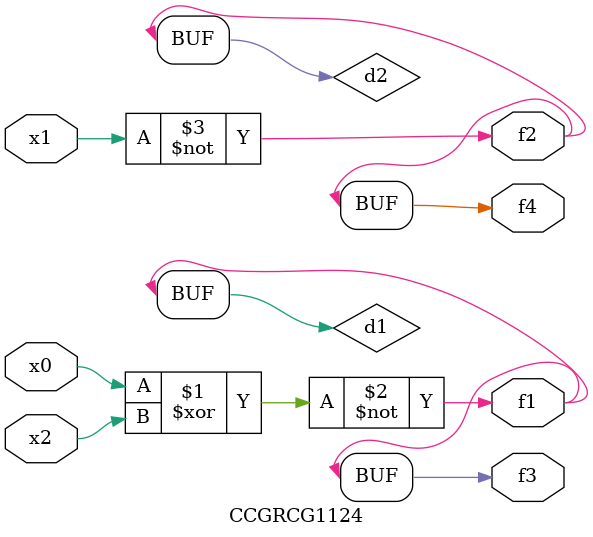
<source format=v>
module CCGRCG1124(
	input x0, x1, x2,
	output f1, f2, f3, f4
);

	wire d1, d2, d3;

	xnor (d1, x0, x2);
	nand (d2, x1);
	nor (d3, x1, x2);
	assign f1 = d1;
	assign f2 = d2;
	assign f3 = d1;
	assign f4 = d2;
endmodule

</source>
